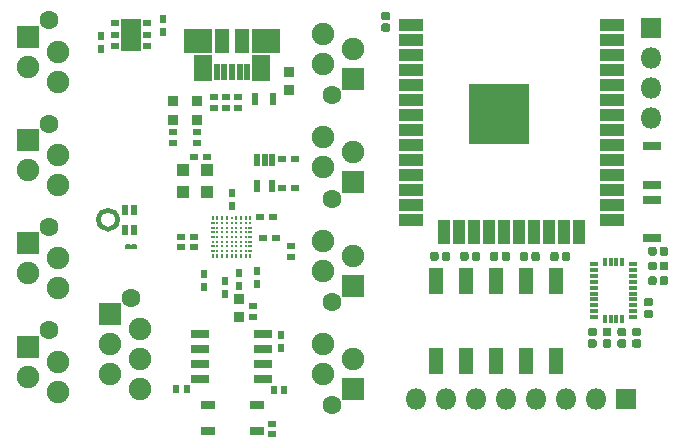
<source format=gbr>
G04 #@! TF.GenerationSoftware,KiCad,Pcbnew,5.1.0-060a0da~80~ubuntu18.04.1*
G04 #@! TF.CreationDate,2019-06-10T00:34:36+02:00*
G04 #@! TF.ProjectId,TinyFPGA-BX,54696e79-4650-4474-912d-42582e6b6963,rev?*
G04 #@! TF.SameCoordinates,Original*
G04 #@! TF.FileFunction,Soldermask,Top*
G04 #@! TF.FilePolarity,Negative*
%FSLAX46Y46*%
G04 Gerber Fmt 4.6, Leading zero omitted, Abs format (unit mm)*
G04 Created by KiCad (PCBNEW 5.1.0-060a0da~80~ubuntu18.04.1) date 2019-06-10 00:34:36*
%MOMM*%
%LPD*%
G04 APERTURE LIST*
%ADD10C,0.450000*%
%ADD11C,1.600100*%
%ADD12C,1.900000*%
%ADD13R,1.900000X1.900000*%
%ADD14O,0.200000X0.435000*%
%ADD15O,0.200000X0.430000*%
%ADD16O,0.430000X0.200000*%
%ADD17C,0.300000*%
%ADD18O,0.435000X0.200000*%
%ADD19R,0.700000X0.500000*%
%ADD20R,0.850000X0.900000*%
%ADD21R,0.600000X1.000000*%
%ADD22R,0.900000X0.900000*%
%ADD23R,1.000000X1.100000*%
%ADD24R,0.500000X0.700000*%
%ADD25R,0.600000X0.700000*%
%ADD26R,0.700000X0.480000*%
%ADD27R,0.700000X0.600000*%
%ADD28R,0.550000X1.050000*%
%ADD29R,1.150000X0.750000*%
%ADD30R,0.550000X1.480000*%
%ADD31R,1.575000X2.200000*%
%ADD32R,2.475000X2.000000*%
%ADD33R,1.275000X2.000000*%
%ADD34R,1.650000X0.700000*%
%ADD35C,0.100000*%
%ADD36C,0.690000*%
%ADD37R,1.800000X1.800000*%
%ADD38O,1.800000X1.800000*%
%ADD39R,1.600000X0.650000*%
%ADD40R,1.220000X2.260000*%
%ADD41R,0.730000X0.550000*%
%ADD42R,1.800000X2.700000*%
%ADD43R,0.354000X0.775000*%
%ADD44R,0.775000X0.354000*%
%ADD45R,5.100000X5.100000*%
%ADD46R,2.100000X1.000000*%
%ADD47R,1.000000X2.100000*%
%ADD48C,0.400000*%
%ADD49R,0.550000X0.850000*%
G04 APERTURE END LIST*
D10*
X141476000Y-112649000D02*
G75*
G03X141476000Y-112649000I-805000J0D01*
G01*
D11*
X159600000Y-119619000D03*
D12*
X158860000Y-114409000D03*
X161400000Y-115679000D03*
X158860000Y-116949000D03*
D13*
X161400000Y-118219000D03*
D14*
X152730000Y-115714000D03*
D15*
X152330000Y-115714000D03*
D14*
X151930000Y-115714000D03*
X151530000Y-115714000D03*
X151130000Y-115714000D03*
X150730000Y-115714000D03*
X150330000Y-115714000D03*
D15*
X149930000Y-115714000D03*
D14*
X149530000Y-115714000D03*
D16*
X152730000Y-115314000D03*
D17*
X152330000Y-115314000D03*
X151930000Y-115314000D03*
X151530000Y-115314000D03*
X151130000Y-115314000D03*
X150730000Y-115314000D03*
X150330000Y-115314000D03*
X149930000Y-115314000D03*
D16*
X149530000Y-115314000D03*
D18*
X152730000Y-114914000D03*
D17*
X152330000Y-114914000D03*
X151930000Y-114914000D03*
X151530000Y-114914000D03*
X151130000Y-114914000D03*
X150730000Y-114914000D03*
X150330000Y-114914000D03*
X149930000Y-114914000D03*
D18*
X149530000Y-114914000D03*
X152730000Y-114514000D03*
D17*
X152330000Y-114514000D03*
X151930000Y-114514000D03*
X151530000Y-114514000D03*
X151130000Y-114514000D03*
X150730000Y-114514000D03*
X150330000Y-114514000D03*
X149930000Y-114514000D03*
X149530000Y-114514000D03*
D18*
X152730000Y-114114000D03*
D17*
X152330000Y-114114000D03*
X151930000Y-114114000D03*
X151530000Y-114114000D03*
X151130000Y-114114000D03*
X150730000Y-114114000D03*
X150330000Y-114114000D03*
X149930000Y-114114000D03*
D18*
X149530000Y-114114000D03*
X152730000Y-113714000D03*
D17*
X152330000Y-113714000D03*
X151930000Y-113714000D03*
X151530000Y-113714000D03*
X151130000Y-113714000D03*
X150730000Y-113714000D03*
X150330000Y-113714000D03*
X149930000Y-113714000D03*
D18*
X149530000Y-113714000D03*
X152730000Y-113314000D03*
D17*
X152330000Y-113314000D03*
X151930000Y-113314000D03*
X151530000Y-113314000D03*
X151130000Y-113314000D03*
X150730000Y-113314000D03*
X150330000Y-113314000D03*
X149930000Y-113314000D03*
D18*
X149530000Y-113314000D03*
D17*
X152730000Y-112914000D03*
X152330000Y-112914000D03*
X151930000Y-112914000D03*
X151530000Y-112914000D03*
X151130000Y-112914000D03*
X150730000Y-112914000D03*
X150330000Y-112914000D03*
X149930000Y-112914000D03*
D16*
X149530000Y-112914000D03*
D14*
X152730000Y-112514000D03*
X152330000Y-112514000D03*
X151930000Y-112514000D03*
X151530000Y-112514000D03*
D17*
X151130000Y-112514000D03*
D14*
X150730000Y-112514000D03*
X150330000Y-112514000D03*
D15*
X149930000Y-112514000D03*
D14*
X149530000Y-112514000D03*
D19*
X154536000Y-129923100D03*
X154536000Y-130823100D03*
D20*
X151736000Y-119373100D03*
X151736000Y-120873100D03*
X156036000Y-101673100D03*
X156036000Y-100173100D03*
D21*
X154636000Y-102423100D03*
X153136000Y-102423100D03*
D19*
X146183000Y-105223100D03*
X146183000Y-106123100D03*
X148215000Y-105223100D03*
X148215000Y-106123100D03*
D22*
X148215000Y-102587100D03*
X148215000Y-104187100D03*
X146183000Y-102587100D03*
X146183000Y-104187100D03*
D23*
X149086000Y-108423100D03*
X149086000Y-110323100D03*
X146986000Y-110323100D03*
X146986000Y-108423100D03*
D24*
X146450000Y-126954000D03*
X147350000Y-126954000D03*
D25*
X150555000Y-117864000D03*
X150555000Y-118964000D03*
D26*
X156130000Y-114864000D03*
X156130000Y-115764000D03*
D27*
X153830000Y-114164000D03*
X154930000Y-114164000D03*
D25*
X151130000Y-111514000D03*
X151130000Y-110414000D03*
D27*
X153555000Y-112439000D03*
X154655000Y-112439000D03*
X147986000Y-114923100D03*
X146886000Y-114923100D03*
X147986000Y-114123100D03*
X146886000Y-114123100D03*
X149069800Y-107349500D03*
X147969800Y-107349500D03*
D25*
X153255000Y-116964000D03*
X153255000Y-118064000D03*
X148836000Y-117273100D03*
X148836000Y-118373100D03*
X151736000Y-117123100D03*
X151736000Y-118223100D03*
D19*
X152936000Y-120873100D03*
X152936000Y-119973100D03*
D25*
X155336000Y-122373100D03*
X155336000Y-123473100D03*
D19*
X149636000Y-102273100D03*
X149636000Y-103173100D03*
X150636000Y-103173100D03*
X150636000Y-102273100D03*
X151636000Y-103173100D03*
X151636000Y-102273100D03*
D28*
X153936000Y-107623100D03*
X153286000Y-107623100D03*
X154586000Y-107623100D03*
X153286000Y-109823100D03*
X154586000Y-109823100D03*
D27*
X155386000Y-109923100D03*
X156486000Y-109923100D03*
D25*
X145340000Y-95624000D03*
X145340000Y-96724000D03*
X140110000Y-97054000D03*
X140110000Y-98154000D03*
D27*
X155386000Y-107523100D03*
X156486000Y-107523100D03*
D29*
X149155000Y-128369000D03*
X153305000Y-128369000D03*
X153305000Y-130519000D03*
X149155000Y-130519000D03*
D24*
X154690000Y-127064000D03*
X155590000Y-127064000D03*
D30*
X152470000Y-100164000D03*
X151820000Y-100164000D03*
X151170000Y-100164000D03*
X150520000Y-100164000D03*
X149870000Y-100164000D03*
D31*
X153632500Y-99804000D03*
X148707500Y-99804000D03*
D32*
X154080000Y-97504000D03*
X148260000Y-97504000D03*
D33*
X152010000Y-97504000D03*
X150330000Y-97504000D03*
D34*
X148436000Y-122353100D03*
X148436000Y-123623100D03*
X148436000Y-124893100D03*
X148436000Y-126163100D03*
X153836000Y-126163100D03*
X153836000Y-124893100D03*
X153836000Y-123623100D03*
X153836000Y-122353100D03*
D35*
G36*
X184390408Y-121811831D02*
G01*
X184407153Y-121814315D01*
X184423574Y-121818428D01*
X184439513Y-121824131D01*
X184454816Y-121831369D01*
X184469336Y-121840071D01*
X184482933Y-121850156D01*
X184495476Y-121861524D01*
X184506844Y-121874067D01*
X184516929Y-121887664D01*
X184525631Y-121902184D01*
X184532869Y-121917487D01*
X184538572Y-121933426D01*
X184542685Y-121949847D01*
X184545169Y-121966592D01*
X184546000Y-121983500D01*
X184546000Y-122328500D01*
X184545169Y-122345408D01*
X184542685Y-122362153D01*
X184538572Y-122378574D01*
X184532869Y-122394513D01*
X184525631Y-122409816D01*
X184516929Y-122424336D01*
X184506844Y-122437933D01*
X184495476Y-122450476D01*
X184482933Y-122461844D01*
X184469336Y-122471929D01*
X184454816Y-122480631D01*
X184439513Y-122487869D01*
X184423574Y-122493572D01*
X184407153Y-122497685D01*
X184390408Y-122500169D01*
X184373500Y-122501000D01*
X183978500Y-122501000D01*
X183961592Y-122500169D01*
X183944847Y-122497685D01*
X183928426Y-122493572D01*
X183912487Y-122487869D01*
X183897184Y-122480631D01*
X183882664Y-122471929D01*
X183869067Y-122461844D01*
X183856524Y-122450476D01*
X183845156Y-122437933D01*
X183835071Y-122424336D01*
X183826369Y-122409816D01*
X183819131Y-122394513D01*
X183813428Y-122378574D01*
X183809315Y-122362153D01*
X183806831Y-122345408D01*
X183806000Y-122328500D01*
X183806000Y-121983500D01*
X183806831Y-121966592D01*
X183809315Y-121949847D01*
X183813428Y-121933426D01*
X183819131Y-121917487D01*
X183826369Y-121902184D01*
X183835071Y-121887664D01*
X183845156Y-121874067D01*
X183856524Y-121861524D01*
X183869067Y-121850156D01*
X183882664Y-121840071D01*
X183897184Y-121831369D01*
X183912487Y-121824131D01*
X183928426Y-121818428D01*
X183944847Y-121814315D01*
X183961592Y-121811831D01*
X183978500Y-121811000D01*
X184373500Y-121811000D01*
X184390408Y-121811831D01*
X184390408Y-121811831D01*
G37*
D36*
X184176000Y-122156000D03*
D35*
G36*
X184390408Y-122781831D02*
G01*
X184407153Y-122784315D01*
X184423574Y-122788428D01*
X184439513Y-122794131D01*
X184454816Y-122801369D01*
X184469336Y-122810071D01*
X184482933Y-122820156D01*
X184495476Y-122831524D01*
X184506844Y-122844067D01*
X184516929Y-122857664D01*
X184525631Y-122872184D01*
X184532869Y-122887487D01*
X184538572Y-122903426D01*
X184542685Y-122919847D01*
X184545169Y-122936592D01*
X184546000Y-122953500D01*
X184546000Y-123298500D01*
X184545169Y-123315408D01*
X184542685Y-123332153D01*
X184538572Y-123348574D01*
X184532869Y-123364513D01*
X184525631Y-123379816D01*
X184516929Y-123394336D01*
X184506844Y-123407933D01*
X184495476Y-123420476D01*
X184482933Y-123431844D01*
X184469336Y-123441929D01*
X184454816Y-123450631D01*
X184439513Y-123457869D01*
X184423574Y-123463572D01*
X184407153Y-123467685D01*
X184390408Y-123470169D01*
X184373500Y-123471000D01*
X183978500Y-123471000D01*
X183961592Y-123470169D01*
X183944847Y-123467685D01*
X183928426Y-123463572D01*
X183912487Y-123457869D01*
X183897184Y-123450631D01*
X183882664Y-123441929D01*
X183869067Y-123431844D01*
X183856524Y-123420476D01*
X183845156Y-123407933D01*
X183835071Y-123394336D01*
X183826369Y-123379816D01*
X183819131Y-123364513D01*
X183813428Y-123348574D01*
X183809315Y-123332153D01*
X183806831Y-123315408D01*
X183806000Y-123298500D01*
X183806000Y-122953500D01*
X183806831Y-122936592D01*
X183809315Y-122919847D01*
X183813428Y-122903426D01*
X183819131Y-122887487D01*
X183826369Y-122872184D01*
X183835071Y-122857664D01*
X183845156Y-122844067D01*
X183856524Y-122831524D01*
X183869067Y-122820156D01*
X183882664Y-122810071D01*
X183897184Y-122801369D01*
X183912487Y-122794131D01*
X183928426Y-122788428D01*
X183944847Y-122784315D01*
X183961592Y-122781831D01*
X183978500Y-122781000D01*
X184373500Y-122781000D01*
X184390408Y-122781831D01*
X184390408Y-122781831D01*
G37*
D36*
X184176000Y-123126000D03*
D35*
G36*
X186640408Y-119296831D02*
G01*
X186657153Y-119299315D01*
X186673574Y-119303428D01*
X186689513Y-119309131D01*
X186704816Y-119316369D01*
X186719336Y-119325071D01*
X186732933Y-119335156D01*
X186745476Y-119346524D01*
X186756844Y-119359067D01*
X186766929Y-119372664D01*
X186775631Y-119387184D01*
X186782869Y-119402487D01*
X186788572Y-119418426D01*
X186792685Y-119434847D01*
X186795169Y-119451592D01*
X186796000Y-119468500D01*
X186796000Y-119813500D01*
X186795169Y-119830408D01*
X186792685Y-119847153D01*
X186788572Y-119863574D01*
X186782869Y-119879513D01*
X186775631Y-119894816D01*
X186766929Y-119909336D01*
X186756844Y-119922933D01*
X186745476Y-119935476D01*
X186732933Y-119946844D01*
X186719336Y-119956929D01*
X186704816Y-119965631D01*
X186689513Y-119972869D01*
X186673574Y-119978572D01*
X186657153Y-119982685D01*
X186640408Y-119985169D01*
X186623500Y-119986000D01*
X186228500Y-119986000D01*
X186211592Y-119985169D01*
X186194847Y-119982685D01*
X186178426Y-119978572D01*
X186162487Y-119972869D01*
X186147184Y-119965631D01*
X186132664Y-119956929D01*
X186119067Y-119946844D01*
X186106524Y-119935476D01*
X186095156Y-119922933D01*
X186085071Y-119909336D01*
X186076369Y-119894816D01*
X186069131Y-119879513D01*
X186063428Y-119863574D01*
X186059315Y-119847153D01*
X186056831Y-119830408D01*
X186056000Y-119813500D01*
X186056000Y-119468500D01*
X186056831Y-119451592D01*
X186059315Y-119434847D01*
X186063428Y-119418426D01*
X186069131Y-119402487D01*
X186076369Y-119387184D01*
X186085071Y-119372664D01*
X186095156Y-119359067D01*
X186106524Y-119346524D01*
X186119067Y-119335156D01*
X186132664Y-119325071D01*
X186147184Y-119316369D01*
X186162487Y-119309131D01*
X186178426Y-119303428D01*
X186194847Y-119299315D01*
X186211592Y-119296831D01*
X186228500Y-119296000D01*
X186623500Y-119296000D01*
X186640408Y-119296831D01*
X186640408Y-119296831D01*
G37*
D36*
X186426000Y-119641000D03*
D35*
G36*
X186640408Y-120266831D02*
G01*
X186657153Y-120269315D01*
X186673574Y-120273428D01*
X186689513Y-120279131D01*
X186704816Y-120286369D01*
X186719336Y-120295071D01*
X186732933Y-120305156D01*
X186745476Y-120316524D01*
X186756844Y-120329067D01*
X186766929Y-120342664D01*
X186775631Y-120357184D01*
X186782869Y-120372487D01*
X186788572Y-120388426D01*
X186792685Y-120404847D01*
X186795169Y-120421592D01*
X186796000Y-120438500D01*
X186796000Y-120783500D01*
X186795169Y-120800408D01*
X186792685Y-120817153D01*
X186788572Y-120833574D01*
X186782869Y-120849513D01*
X186775631Y-120864816D01*
X186766929Y-120879336D01*
X186756844Y-120892933D01*
X186745476Y-120905476D01*
X186732933Y-120916844D01*
X186719336Y-120926929D01*
X186704816Y-120935631D01*
X186689513Y-120942869D01*
X186673574Y-120948572D01*
X186657153Y-120952685D01*
X186640408Y-120955169D01*
X186623500Y-120956000D01*
X186228500Y-120956000D01*
X186211592Y-120955169D01*
X186194847Y-120952685D01*
X186178426Y-120948572D01*
X186162487Y-120942869D01*
X186147184Y-120935631D01*
X186132664Y-120926929D01*
X186119067Y-120916844D01*
X186106524Y-120905476D01*
X186095156Y-120892933D01*
X186085071Y-120879336D01*
X186076369Y-120864816D01*
X186069131Y-120849513D01*
X186063428Y-120833574D01*
X186059315Y-120817153D01*
X186056831Y-120800408D01*
X186056000Y-120783500D01*
X186056000Y-120438500D01*
X186056831Y-120421592D01*
X186059315Y-120404847D01*
X186063428Y-120388426D01*
X186069131Y-120372487D01*
X186076369Y-120357184D01*
X186085071Y-120342664D01*
X186095156Y-120329067D01*
X186106524Y-120316524D01*
X186119067Y-120305156D01*
X186132664Y-120295071D01*
X186147184Y-120286369D01*
X186162487Y-120279131D01*
X186178426Y-120273428D01*
X186194847Y-120269315D01*
X186211592Y-120266831D01*
X186228500Y-120266000D01*
X186623500Y-120266000D01*
X186640408Y-120266831D01*
X186640408Y-120266831D01*
G37*
D36*
X186426000Y-120611000D03*
D35*
G36*
X164390408Y-95061831D02*
G01*
X164407153Y-95064315D01*
X164423574Y-95068428D01*
X164439513Y-95074131D01*
X164454816Y-95081369D01*
X164469336Y-95090071D01*
X164482933Y-95100156D01*
X164495476Y-95111524D01*
X164506844Y-95124067D01*
X164516929Y-95137664D01*
X164525631Y-95152184D01*
X164532869Y-95167487D01*
X164538572Y-95183426D01*
X164542685Y-95199847D01*
X164545169Y-95216592D01*
X164546000Y-95233500D01*
X164546000Y-95578500D01*
X164545169Y-95595408D01*
X164542685Y-95612153D01*
X164538572Y-95628574D01*
X164532869Y-95644513D01*
X164525631Y-95659816D01*
X164516929Y-95674336D01*
X164506844Y-95687933D01*
X164495476Y-95700476D01*
X164482933Y-95711844D01*
X164469336Y-95721929D01*
X164454816Y-95730631D01*
X164439513Y-95737869D01*
X164423574Y-95743572D01*
X164407153Y-95747685D01*
X164390408Y-95750169D01*
X164373500Y-95751000D01*
X163978500Y-95751000D01*
X163961592Y-95750169D01*
X163944847Y-95747685D01*
X163928426Y-95743572D01*
X163912487Y-95737869D01*
X163897184Y-95730631D01*
X163882664Y-95721929D01*
X163869067Y-95711844D01*
X163856524Y-95700476D01*
X163845156Y-95687933D01*
X163835071Y-95674336D01*
X163826369Y-95659816D01*
X163819131Y-95644513D01*
X163813428Y-95628574D01*
X163809315Y-95612153D01*
X163806831Y-95595408D01*
X163806000Y-95578500D01*
X163806000Y-95233500D01*
X163806831Y-95216592D01*
X163809315Y-95199847D01*
X163813428Y-95183426D01*
X163819131Y-95167487D01*
X163826369Y-95152184D01*
X163835071Y-95137664D01*
X163845156Y-95124067D01*
X163856524Y-95111524D01*
X163869067Y-95100156D01*
X163882664Y-95090071D01*
X163897184Y-95081369D01*
X163912487Y-95074131D01*
X163928426Y-95068428D01*
X163944847Y-95064315D01*
X163961592Y-95061831D01*
X163978500Y-95061000D01*
X164373500Y-95061000D01*
X164390408Y-95061831D01*
X164390408Y-95061831D01*
G37*
D36*
X164176000Y-95406000D03*
D35*
G36*
X164390408Y-96031831D02*
G01*
X164407153Y-96034315D01*
X164423574Y-96038428D01*
X164439513Y-96044131D01*
X164454816Y-96051369D01*
X164469336Y-96060071D01*
X164482933Y-96070156D01*
X164495476Y-96081524D01*
X164506844Y-96094067D01*
X164516929Y-96107664D01*
X164525631Y-96122184D01*
X164532869Y-96137487D01*
X164538572Y-96153426D01*
X164542685Y-96169847D01*
X164545169Y-96186592D01*
X164546000Y-96203500D01*
X164546000Y-96548500D01*
X164545169Y-96565408D01*
X164542685Y-96582153D01*
X164538572Y-96598574D01*
X164532869Y-96614513D01*
X164525631Y-96629816D01*
X164516929Y-96644336D01*
X164506844Y-96657933D01*
X164495476Y-96670476D01*
X164482933Y-96681844D01*
X164469336Y-96691929D01*
X164454816Y-96700631D01*
X164439513Y-96707869D01*
X164423574Y-96713572D01*
X164407153Y-96717685D01*
X164390408Y-96720169D01*
X164373500Y-96721000D01*
X163978500Y-96721000D01*
X163961592Y-96720169D01*
X163944847Y-96717685D01*
X163928426Y-96713572D01*
X163912487Y-96707869D01*
X163897184Y-96700631D01*
X163882664Y-96691929D01*
X163869067Y-96681844D01*
X163856524Y-96670476D01*
X163845156Y-96657933D01*
X163835071Y-96644336D01*
X163826369Y-96629816D01*
X163819131Y-96614513D01*
X163813428Y-96598574D01*
X163809315Y-96582153D01*
X163806831Y-96565408D01*
X163806000Y-96548500D01*
X163806000Y-96203500D01*
X163806831Y-96186592D01*
X163809315Y-96169847D01*
X163813428Y-96153426D01*
X163819131Y-96137487D01*
X163826369Y-96122184D01*
X163835071Y-96107664D01*
X163845156Y-96094067D01*
X163856524Y-96081524D01*
X163869067Y-96070156D01*
X163882664Y-96060071D01*
X163897184Y-96051369D01*
X163912487Y-96044131D01*
X163928426Y-96038428D01*
X163944847Y-96034315D01*
X163961592Y-96031831D01*
X163978500Y-96031000D01*
X164373500Y-96031000D01*
X164390408Y-96031831D01*
X164390408Y-96031831D01*
G37*
D36*
X164176000Y-96376000D03*
D35*
G36*
X181890408Y-122781831D02*
G01*
X181907153Y-122784315D01*
X181923574Y-122788428D01*
X181939513Y-122794131D01*
X181954816Y-122801369D01*
X181969336Y-122810071D01*
X181982933Y-122820156D01*
X181995476Y-122831524D01*
X182006844Y-122844067D01*
X182016929Y-122857664D01*
X182025631Y-122872184D01*
X182032869Y-122887487D01*
X182038572Y-122903426D01*
X182042685Y-122919847D01*
X182045169Y-122936592D01*
X182046000Y-122953500D01*
X182046000Y-123298500D01*
X182045169Y-123315408D01*
X182042685Y-123332153D01*
X182038572Y-123348574D01*
X182032869Y-123364513D01*
X182025631Y-123379816D01*
X182016929Y-123394336D01*
X182006844Y-123407933D01*
X181995476Y-123420476D01*
X181982933Y-123431844D01*
X181969336Y-123441929D01*
X181954816Y-123450631D01*
X181939513Y-123457869D01*
X181923574Y-123463572D01*
X181907153Y-123467685D01*
X181890408Y-123470169D01*
X181873500Y-123471000D01*
X181478500Y-123471000D01*
X181461592Y-123470169D01*
X181444847Y-123467685D01*
X181428426Y-123463572D01*
X181412487Y-123457869D01*
X181397184Y-123450631D01*
X181382664Y-123441929D01*
X181369067Y-123431844D01*
X181356524Y-123420476D01*
X181345156Y-123407933D01*
X181335071Y-123394336D01*
X181326369Y-123379816D01*
X181319131Y-123364513D01*
X181313428Y-123348574D01*
X181309315Y-123332153D01*
X181306831Y-123315408D01*
X181306000Y-123298500D01*
X181306000Y-122953500D01*
X181306831Y-122936592D01*
X181309315Y-122919847D01*
X181313428Y-122903426D01*
X181319131Y-122887487D01*
X181326369Y-122872184D01*
X181335071Y-122857664D01*
X181345156Y-122844067D01*
X181356524Y-122831524D01*
X181369067Y-122820156D01*
X181382664Y-122810071D01*
X181397184Y-122801369D01*
X181412487Y-122794131D01*
X181428426Y-122788428D01*
X181444847Y-122784315D01*
X181461592Y-122781831D01*
X181478500Y-122781000D01*
X181873500Y-122781000D01*
X181890408Y-122781831D01*
X181890408Y-122781831D01*
G37*
D36*
X181676000Y-123126000D03*
D35*
G36*
X181890408Y-121811831D02*
G01*
X181907153Y-121814315D01*
X181923574Y-121818428D01*
X181939513Y-121824131D01*
X181954816Y-121831369D01*
X181969336Y-121840071D01*
X181982933Y-121850156D01*
X181995476Y-121861524D01*
X182006844Y-121874067D01*
X182016929Y-121887664D01*
X182025631Y-121902184D01*
X182032869Y-121917487D01*
X182038572Y-121933426D01*
X182042685Y-121949847D01*
X182045169Y-121966592D01*
X182046000Y-121983500D01*
X182046000Y-122328500D01*
X182045169Y-122345408D01*
X182042685Y-122362153D01*
X182038572Y-122378574D01*
X182032869Y-122394513D01*
X182025631Y-122409816D01*
X182016929Y-122424336D01*
X182006844Y-122437933D01*
X181995476Y-122450476D01*
X181982933Y-122461844D01*
X181969336Y-122471929D01*
X181954816Y-122480631D01*
X181939513Y-122487869D01*
X181923574Y-122493572D01*
X181907153Y-122497685D01*
X181890408Y-122500169D01*
X181873500Y-122501000D01*
X181478500Y-122501000D01*
X181461592Y-122500169D01*
X181444847Y-122497685D01*
X181428426Y-122493572D01*
X181412487Y-122487869D01*
X181397184Y-122480631D01*
X181382664Y-122471929D01*
X181369067Y-122461844D01*
X181356524Y-122450476D01*
X181345156Y-122437933D01*
X181335071Y-122424336D01*
X181326369Y-122409816D01*
X181319131Y-122394513D01*
X181313428Y-122378574D01*
X181309315Y-122362153D01*
X181306831Y-122345408D01*
X181306000Y-122328500D01*
X181306000Y-121983500D01*
X181306831Y-121966592D01*
X181309315Y-121949847D01*
X181313428Y-121933426D01*
X181319131Y-121917487D01*
X181326369Y-121902184D01*
X181335071Y-121887664D01*
X181345156Y-121874067D01*
X181356524Y-121861524D01*
X181369067Y-121850156D01*
X181382664Y-121840071D01*
X181397184Y-121831369D01*
X181412487Y-121824131D01*
X181428426Y-121818428D01*
X181444847Y-121814315D01*
X181461592Y-121811831D01*
X181478500Y-121811000D01*
X181873500Y-121811000D01*
X181890408Y-121811831D01*
X181890408Y-121811831D01*
G37*
D36*
X181676000Y-122156000D03*
D35*
G36*
X183140408Y-121811831D02*
G01*
X183157153Y-121814315D01*
X183173574Y-121818428D01*
X183189513Y-121824131D01*
X183204816Y-121831369D01*
X183219336Y-121840071D01*
X183232933Y-121850156D01*
X183245476Y-121861524D01*
X183256844Y-121874067D01*
X183266929Y-121887664D01*
X183275631Y-121902184D01*
X183282869Y-121917487D01*
X183288572Y-121933426D01*
X183292685Y-121949847D01*
X183295169Y-121966592D01*
X183296000Y-121983500D01*
X183296000Y-122328500D01*
X183295169Y-122345408D01*
X183292685Y-122362153D01*
X183288572Y-122378574D01*
X183282869Y-122394513D01*
X183275631Y-122409816D01*
X183266929Y-122424336D01*
X183256844Y-122437933D01*
X183245476Y-122450476D01*
X183232933Y-122461844D01*
X183219336Y-122471929D01*
X183204816Y-122480631D01*
X183189513Y-122487869D01*
X183173574Y-122493572D01*
X183157153Y-122497685D01*
X183140408Y-122500169D01*
X183123500Y-122501000D01*
X182728500Y-122501000D01*
X182711592Y-122500169D01*
X182694847Y-122497685D01*
X182678426Y-122493572D01*
X182662487Y-122487869D01*
X182647184Y-122480631D01*
X182632664Y-122471929D01*
X182619067Y-122461844D01*
X182606524Y-122450476D01*
X182595156Y-122437933D01*
X182585071Y-122424336D01*
X182576369Y-122409816D01*
X182569131Y-122394513D01*
X182563428Y-122378574D01*
X182559315Y-122362153D01*
X182556831Y-122345408D01*
X182556000Y-122328500D01*
X182556000Y-121983500D01*
X182556831Y-121966592D01*
X182559315Y-121949847D01*
X182563428Y-121933426D01*
X182569131Y-121917487D01*
X182576369Y-121902184D01*
X182585071Y-121887664D01*
X182595156Y-121874067D01*
X182606524Y-121861524D01*
X182619067Y-121850156D01*
X182632664Y-121840071D01*
X182647184Y-121831369D01*
X182662487Y-121824131D01*
X182678426Y-121818428D01*
X182694847Y-121814315D01*
X182711592Y-121811831D01*
X182728500Y-121811000D01*
X183123500Y-121811000D01*
X183140408Y-121811831D01*
X183140408Y-121811831D01*
G37*
D36*
X182926000Y-122156000D03*
D35*
G36*
X183140408Y-122781831D02*
G01*
X183157153Y-122784315D01*
X183173574Y-122788428D01*
X183189513Y-122794131D01*
X183204816Y-122801369D01*
X183219336Y-122810071D01*
X183232933Y-122820156D01*
X183245476Y-122831524D01*
X183256844Y-122844067D01*
X183266929Y-122857664D01*
X183275631Y-122872184D01*
X183282869Y-122887487D01*
X183288572Y-122903426D01*
X183292685Y-122919847D01*
X183295169Y-122936592D01*
X183296000Y-122953500D01*
X183296000Y-123298500D01*
X183295169Y-123315408D01*
X183292685Y-123332153D01*
X183288572Y-123348574D01*
X183282869Y-123364513D01*
X183275631Y-123379816D01*
X183266929Y-123394336D01*
X183256844Y-123407933D01*
X183245476Y-123420476D01*
X183232933Y-123431844D01*
X183219336Y-123441929D01*
X183204816Y-123450631D01*
X183189513Y-123457869D01*
X183173574Y-123463572D01*
X183157153Y-123467685D01*
X183140408Y-123470169D01*
X183123500Y-123471000D01*
X182728500Y-123471000D01*
X182711592Y-123470169D01*
X182694847Y-123467685D01*
X182678426Y-123463572D01*
X182662487Y-123457869D01*
X182647184Y-123450631D01*
X182632664Y-123441929D01*
X182619067Y-123431844D01*
X182606524Y-123420476D01*
X182595156Y-123407933D01*
X182585071Y-123394336D01*
X182576369Y-123379816D01*
X182569131Y-123364513D01*
X182563428Y-123348574D01*
X182559315Y-123332153D01*
X182556831Y-123315408D01*
X182556000Y-123298500D01*
X182556000Y-122953500D01*
X182556831Y-122936592D01*
X182559315Y-122919847D01*
X182563428Y-122903426D01*
X182569131Y-122887487D01*
X182576369Y-122872184D01*
X182585071Y-122857664D01*
X182595156Y-122844067D01*
X182606524Y-122831524D01*
X182619067Y-122820156D01*
X182632664Y-122810071D01*
X182647184Y-122801369D01*
X182662487Y-122794131D01*
X182678426Y-122788428D01*
X182694847Y-122784315D01*
X182711592Y-122781831D01*
X182728500Y-122781000D01*
X183123500Y-122781000D01*
X183140408Y-122781831D01*
X183140408Y-122781831D01*
G37*
D36*
X182926000Y-123126000D03*
D37*
X184503000Y-127814000D03*
D38*
X181963000Y-127814000D03*
X179423000Y-127814000D03*
X176883000Y-127814000D03*
X174343000Y-127814000D03*
X171803000Y-127814000D03*
X169263000Y-127814000D03*
X166723000Y-127814000D03*
D37*
X186666000Y-96401000D03*
D38*
X186666000Y-98941000D03*
X186666000Y-101481000D03*
X186666000Y-104021000D03*
D35*
G36*
X185640408Y-122781831D02*
G01*
X185657153Y-122784315D01*
X185673574Y-122788428D01*
X185689513Y-122794131D01*
X185704816Y-122801369D01*
X185719336Y-122810071D01*
X185732933Y-122820156D01*
X185745476Y-122831524D01*
X185756844Y-122844067D01*
X185766929Y-122857664D01*
X185775631Y-122872184D01*
X185782869Y-122887487D01*
X185788572Y-122903426D01*
X185792685Y-122919847D01*
X185795169Y-122936592D01*
X185796000Y-122953500D01*
X185796000Y-123298500D01*
X185795169Y-123315408D01*
X185792685Y-123332153D01*
X185788572Y-123348574D01*
X185782869Y-123364513D01*
X185775631Y-123379816D01*
X185766929Y-123394336D01*
X185756844Y-123407933D01*
X185745476Y-123420476D01*
X185732933Y-123431844D01*
X185719336Y-123441929D01*
X185704816Y-123450631D01*
X185689513Y-123457869D01*
X185673574Y-123463572D01*
X185657153Y-123467685D01*
X185640408Y-123470169D01*
X185623500Y-123471000D01*
X185228500Y-123471000D01*
X185211592Y-123470169D01*
X185194847Y-123467685D01*
X185178426Y-123463572D01*
X185162487Y-123457869D01*
X185147184Y-123450631D01*
X185132664Y-123441929D01*
X185119067Y-123431844D01*
X185106524Y-123420476D01*
X185095156Y-123407933D01*
X185085071Y-123394336D01*
X185076369Y-123379816D01*
X185069131Y-123364513D01*
X185063428Y-123348574D01*
X185059315Y-123332153D01*
X185056831Y-123315408D01*
X185056000Y-123298500D01*
X185056000Y-122953500D01*
X185056831Y-122936592D01*
X185059315Y-122919847D01*
X185063428Y-122903426D01*
X185069131Y-122887487D01*
X185076369Y-122872184D01*
X185085071Y-122857664D01*
X185095156Y-122844067D01*
X185106524Y-122831524D01*
X185119067Y-122820156D01*
X185132664Y-122810071D01*
X185147184Y-122801369D01*
X185162487Y-122794131D01*
X185178426Y-122788428D01*
X185194847Y-122784315D01*
X185211592Y-122781831D01*
X185228500Y-122781000D01*
X185623500Y-122781000D01*
X185640408Y-122781831D01*
X185640408Y-122781831D01*
G37*
D36*
X185426000Y-123126000D03*
D35*
G36*
X185640408Y-121811831D02*
G01*
X185657153Y-121814315D01*
X185673574Y-121818428D01*
X185689513Y-121824131D01*
X185704816Y-121831369D01*
X185719336Y-121840071D01*
X185732933Y-121850156D01*
X185745476Y-121861524D01*
X185756844Y-121874067D01*
X185766929Y-121887664D01*
X185775631Y-121902184D01*
X185782869Y-121917487D01*
X185788572Y-121933426D01*
X185792685Y-121949847D01*
X185795169Y-121966592D01*
X185796000Y-121983500D01*
X185796000Y-122328500D01*
X185795169Y-122345408D01*
X185792685Y-122362153D01*
X185788572Y-122378574D01*
X185782869Y-122394513D01*
X185775631Y-122409816D01*
X185766929Y-122424336D01*
X185756844Y-122437933D01*
X185745476Y-122450476D01*
X185732933Y-122461844D01*
X185719336Y-122471929D01*
X185704816Y-122480631D01*
X185689513Y-122487869D01*
X185673574Y-122493572D01*
X185657153Y-122497685D01*
X185640408Y-122500169D01*
X185623500Y-122501000D01*
X185228500Y-122501000D01*
X185211592Y-122500169D01*
X185194847Y-122497685D01*
X185178426Y-122493572D01*
X185162487Y-122487869D01*
X185147184Y-122480631D01*
X185132664Y-122471929D01*
X185119067Y-122461844D01*
X185106524Y-122450476D01*
X185095156Y-122437933D01*
X185085071Y-122424336D01*
X185076369Y-122409816D01*
X185069131Y-122394513D01*
X185063428Y-122378574D01*
X185059315Y-122362153D01*
X185056831Y-122345408D01*
X185056000Y-122328500D01*
X185056000Y-121983500D01*
X185056831Y-121966592D01*
X185059315Y-121949847D01*
X185063428Y-121933426D01*
X185069131Y-121917487D01*
X185076369Y-121902184D01*
X185085071Y-121887664D01*
X185095156Y-121874067D01*
X185106524Y-121861524D01*
X185119067Y-121850156D01*
X185132664Y-121840071D01*
X185147184Y-121831369D01*
X185162487Y-121824131D01*
X185178426Y-121818428D01*
X185194847Y-121814315D01*
X185211592Y-121811831D01*
X185228500Y-121811000D01*
X185623500Y-121811000D01*
X185640408Y-121811831D01*
X185640408Y-121811831D01*
G37*
D36*
X185426000Y-122156000D03*
D35*
G36*
X187927408Y-114944831D02*
G01*
X187944153Y-114947315D01*
X187960574Y-114951428D01*
X187976513Y-114957131D01*
X187991816Y-114964369D01*
X188006336Y-114973071D01*
X188019933Y-114983156D01*
X188032476Y-114994524D01*
X188043844Y-115007067D01*
X188053929Y-115020664D01*
X188062631Y-115035184D01*
X188069869Y-115050487D01*
X188075572Y-115066426D01*
X188079685Y-115082847D01*
X188082169Y-115099592D01*
X188083000Y-115116500D01*
X188083000Y-115511500D01*
X188082169Y-115528408D01*
X188079685Y-115545153D01*
X188075572Y-115561574D01*
X188069869Y-115577513D01*
X188062631Y-115592816D01*
X188053929Y-115607336D01*
X188043844Y-115620933D01*
X188032476Y-115633476D01*
X188019933Y-115644844D01*
X188006336Y-115654929D01*
X187991816Y-115663631D01*
X187976513Y-115670869D01*
X187960574Y-115676572D01*
X187944153Y-115680685D01*
X187927408Y-115683169D01*
X187910500Y-115684000D01*
X187565500Y-115684000D01*
X187548592Y-115683169D01*
X187531847Y-115680685D01*
X187515426Y-115676572D01*
X187499487Y-115670869D01*
X187484184Y-115663631D01*
X187469664Y-115654929D01*
X187456067Y-115644844D01*
X187443524Y-115633476D01*
X187432156Y-115620933D01*
X187422071Y-115607336D01*
X187413369Y-115592816D01*
X187406131Y-115577513D01*
X187400428Y-115561574D01*
X187396315Y-115545153D01*
X187393831Y-115528408D01*
X187393000Y-115511500D01*
X187393000Y-115116500D01*
X187393831Y-115099592D01*
X187396315Y-115082847D01*
X187400428Y-115066426D01*
X187406131Y-115050487D01*
X187413369Y-115035184D01*
X187422071Y-115020664D01*
X187432156Y-115007067D01*
X187443524Y-114994524D01*
X187456067Y-114983156D01*
X187469664Y-114973071D01*
X187484184Y-114964369D01*
X187499487Y-114957131D01*
X187515426Y-114951428D01*
X187531847Y-114947315D01*
X187548592Y-114944831D01*
X187565500Y-114944000D01*
X187910500Y-114944000D01*
X187927408Y-114944831D01*
X187927408Y-114944831D01*
G37*
D36*
X187738000Y-115314000D03*
D35*
G36*
X186957408Y-114944831D02*
G01*
X186974153Y-114947315D01*
X186990574Y-114951428D01*
X187006513Y-114957131D01*
X187021816Y-114964369D01*
X187036336Y-114973071D01*
X187049933Y-114983156D01*
X187062476Y-114994524D01*
X187073844Y-115007067D01*
X187083929Y-115020664D01*
X187092631Y-115035184D01*
X187099869Y-115050487D01*
X187105572Y-115066426D01*
X187109685Y-115082847D01*
X187112169Y-115099592D01*
X187113000Y-115116500D01*
X187113000Y-115511500D01*
X187112169Y-115528408D01*
X187109685Y-115545153D01*
X187105572Y-115561574D01*
X187099869Y-115577513D01*
X187092631Y-115592816D01*
X187083929Y-115607336D01*
X187073844Y-115620933D01*
X187062476Y-115633476D01*
X187049933Y-115644844D01*
X187036336Y-115654929D01*
X187021816Y-115663631D01*
X187006513Y-115670869D01*
X186990574Y-115676572D01*
X186974153Y-115680685D01*
X186957408Y-115683169D01*
X186940500Y-115684000D01*
X186595500Y-115684000D01*
X186578592Y-115683169D01*
X186561847Y-115680685D01*
X186545426Y-115676572D01*
X186529487Y-115670869D01*
X186514184Y-115663631D01*
X186499664Y-115654929D01*
X186486067Y-115644844D01*
X186473524Y-115633476D01*
X186462156Y-115620933D01*
X186452071Y-115607336D01*
X186443369Y-115592816D01*
X186436131Y-115577513D01*
X186430428Y-115561574D01*
X186426315Y-115545153D01*
X186423831Y-115528408D01*
X186423000Y-115511500D01*
X186423000Y-115116500D01*
X186423831Y-115099592D01*
X186426315Y-115082847D01*
X186430428Y-115066426D01*
X186436131Y-115050487D01*
X186443369Y-115035184D01*
X186452071Y-115020664D01*
X186462156Y-115007067D01*
X186473524Y-114994524D01*
X186486067Y-114983156D01*
X186499664Y-114973071D01*
X186514184Y-114964369D01*
X186529487Y-114957131D01*
X186545426Y-114951428D01*
X186561847Y-114947315D01*
X186578592Y-114944831D01*
X186595500Y-114944000D01*
X186940500Y-114944000D01*
X186957408Y-114944831D01*
X186957408Y-114944831D01*
G37*
D36*
X186768000Y-115314000D03*
D35*
G36*
X187927408Y-117444831D02*
G01*
X187944153Y-117447315D01*
X187960574Y-117451428D01*
X187976513Y-117457131D01*
X187991816Y-117464369D01*
X188006336Y-117473071D01*
X188019933Y-117483156D01*
X188032476Y-117494524D01*
X188043844Y-117507067D01*
X188053929Y-117520664D01*
X188062631Y-117535184D01*
X188069869Y-117550487D01*
X188075572Y-117566426D01*
X188079685Y-117582847D01*
X188082169Y-117599592D01*
X188083000Y-117616500D01*
X188083000Y-118011500D01*
X188082169Y-118028408D01*
X188079685Y-118045153D01*
X188075572Y-118061574D01*
X188069869Y-118077513D01*
X188062631Y-118092816D01*
X188053929Y-118107336D01*
X188043844Y-118120933D01*
X188032476Y-118133476D01*
X188019933Y-118144844D01*
X188006336Y-118154929D01*
X187991816Y-118163631D01*
X187976513Y-118170869D01*
X187960574Y-118176572D01*
X187944153Y-118180685D01*
X187927408Y-118183169D01*
X187910500Y-118184000D01*
X187565500Y-118184000D01*
X187548592Y-118183169D01*
X187531847Y-118180685D01*
X187515426Y-118176572D01*
X187499487Y-118170869D01*
X187484184Y-118163631D01*
X187469664Y-118154929D01*
X187456067Y-118144844D01*
X187443524Y-118133476D01*
X187432156Y-118120933D01*
X187422071Y-118107336D01*
X187413369Y-118092816D01*
X187406131Y-118077513D01*
X187400428Y-118061574D01*
X187396315Y-118045153D01*
X187393831Y-118028408D01*
X187393000Y-118011500D01*
X187393000Y-117616500D01*
X187393831Y-117599592D01*
X187396315Y-117582847D01*
X187400428Y-117566426D01*
X187406131Y-117550487D01*
X187413369Y-117535184D01*
X187422071Y-117520664D01*
X187432156Y-117507067D01*
X187443524Y-117494524D01*
X187456067Y-117483156D01*
X187469664Y-117473071D01*
X187484184Y-117464369D01*
X187499487Y-117457131D01*
X187515426Y-117451428D01*
X187531847Y-117447315D01*
X187548592Y-117444831D01*
X187565500Y-117444000D01*
X187910500Y-117444000D01*
X187927408Y-117444831D01*
X187927408Y-117444831D01*
G37*
D36*
X187738000Y-117814000D03*
D35*
G36*
X186957408Y-117444831D02*
G01*
X186974153Y-117447315D01*
X186990574Y-117451428D01*
X187006513Y-117457131D01*
X187021816Y-117464369D01*
X187036336Y-117473071D01*
X187049933Y-117483156D01*
X187062476Y-117494524D01*
X187073844Y-117507067D01*
X187083929Y-117520664D01*
X187092631Y-117535184D01*
X187099869Y-117550487D01*
X187105572Y-117566426D01*
X187109685Y-117582847D01*
X187112169Y-117599592D01*
X187113000Y-117616500D01*
X187113000Y-118011500D01*
X187112169Y-118028408D01*
X187109685Y-118045153D01*
X187105572Y-118061574D01*
X187099869Y-118077513D01*
X187092631Y-118092816D01*
X187083929Y-118107336D01*
X187073844Y-118120933D01*
X187062476Y-118133476D01*
X187049933Y-118144844D01*
X187036336Y-118154929D01*
X187021816Y-118163631D01*
X187006513Y-118170869D01*
X186990574Y-118176572D01*
X186974153Y-118180685D01*
X186957408Y-118183169D01*
X186940500Y-118184000D01*
X186595500Y-118184000D01*
X186578592Y-118183169D01*
X186561847Y-118180685D01*
X186545426Y-118176572D01*
X186529487Y-118170869D01*
X186514184Y-118163631D01*
X186499664Y-118154929D01*
X186486067Y-118144844D01*
X186473524Y-118133476D01*
X186462156Y-118120933D01*
X186452071Y-118107336D01*
X186443369Y-118092816D01*
X186436131Y-118077513D01*
X186430428Y-118061574D01*
X186426315Y-118045153D01*
X186423831Y-118028408D01*
X186423000Y-118011500D01*
X186423000Y-117616500D01*
X186423831Y-117599592D01*
X186426315Y-117582847D01*
X186430428Y-117566426D01*
X186436131Y-117550487D01*
X186443369Y-117535184D01*
X186452071Y-117520664D01*
X186462156Y-117507067D01*
X186473524Y-117494524D01*
X186486067Y-117483156D01*
X186499664Y-117473071D01*
X186514184Y-117464369D01*
X186529487Y-117457131D01*
X186545426Y-117451428D01*
X186561847Y-117447315D01*
X186578592Y-117444831D01*
X186595500Y-117444000D01*
X186940500Y-117444000D01*
X186957408Y-117444831D01*
X186957408Y-117444831D01*
G37*
D36*
X186768000Y-117814000D03*
D35*
G36*
X186957408Y-116194831D02*
G01*
X186974153Y-116197315D01*
X186990574Y-116201428D01*
X187006513Y-116207131D01*
X187021816Y-116214369D01*
X187036336Y-116223071D01*
X187049933Y-116233156D01*
X187062476Y-116244524D01*
X187073844Y-116257067D01*
X187083929Y-116270664D01*
X187092631Y-116285184D01*
X187099869Y-116300487D01*
X187105572Y-116316426D01*
X187109685Y-116332847D01*
X187112169Y-116349592D01*
X187113000Y-116366500D01*
X187113000Y-116761500D01*
X187112169Y-116778408D01*
X187109685Y-116795153D01*
X187105572Y-116811574D01*
X187099869Y-116827513D01*
X187092631Y-116842816D01*
X187083929Y-116857336D01*
X187073844Y-116870933D01*
X187062476Y-116883476D01*
X187049933Y-116894844D01*
X187036336Y-116904929D01*
X187021816Y-116913631D01*
X187006513Y-116920869D01*
X186990574Y-116926572D01*
X186974153Y-116930685D01*
X186957408Y-116933169D01*
X186940500Y-116934000D01*
X186595500Y-116934000D01*
X186578592Y-116933169D01*
X186561847Y-116930685D01*
X186545426Y-116926572D01*
X186529487Y-116920869D01*
X186514184Y-116913631D01*
X186499664Y-116904929D01*
X186486067Y-116894844D01*
X186473524Y-116883476D01*
X186462156Y-116870933D01*
X186452071Y-116857336D01*
X186443369Y-116842816D01*
X186436131Y-116827513D01*
X186430428Y-116811574D01*
X186426315Y-116795153D01*
X186423831Y-116778408D01*
X186423000Y-116761500D01*
X186423000Y-116366500D01*
X186423831Y-116349592D01*
X186426315Y-116332847D01*
X186430428Y-116316426D01*
X186436131Y-116300487D01*
X186443369Y-116285184D01*
X186452071Y-116270664D01*
X186462156Y-116257067D01*
X186473524Y-116244524D01*
X186486067Y-116233156D01*
X186499664Y-116223071D01*
X186514184Y-116214369D01*
X186529487Y-116207131D01*
X186545426Y-116201428D01*
X186561847Y-116197315D01*
X186578592Y-116194831D01*
X186595500Y-116194000D01*
X186940500Y-116194000D01*
X186957408Y-116194831D01*
X186957408Y-116194831D01*
G37*
D36*
X186768000Y-116564000D03*
D35*
G36*
X187927408Y-116194831D02*
G01*
X187944153Y-116197315D01*
X187960574Y-116201428D01*
X187976513Y-116207131D01*
X187991816Y-116214369D01*
X188006336Y-116223071D01*
X188019933Y-116233156D01*
X188032476Y-116244524D01*
X188043844Y-116257067D01*
X188053929Y-116270664D01*
X188062631Y-116285184D01*
X188069869Y-116300487D01*
X188075572Y-116316426D01*
X188079685Y-116332847D01*
X188082169Y-116349592D01*
X188083000Y-116366500D01*
X188083000Y-116761500D01*
X188082169Y-116778408D01*
X188079685Y-116795153D01*
X188075572Y-116811574D01*
X188069869Y-116827513D01*
X188062631Y-116842816D01*
X188053929Y-116857336D01*
X188043844Y-116870933D01*
X188032476Y-116883476D01*
X188019933Y-116894844D01*
X188006336Y-116904929D01*
X187991816Y-116913631D01*
X187976513Y-116920869D01*
X187960574Y-116926572D01*
X187944153Y-116930685D01*
X187927408Y-116933169D01*
X187910500Y-116934000D01*
X187565500Y-116934000D01*
X187548592Y-116933169D01*
X187531847Y-116930685D01*
X187515426Y-116926572D01*
X187499487Y-116920869D01*
X187484184Y-116913631D01*
X187469664Y-116904929D01*
X187456067Y-116894844D01*
X187443524Y-116883476D01*
X187432156Y-116870933D01*
X187422071Y-116857336D01*
X187413369Y-116842816D01*
X187406131Y-116827513D01*
X187400428Y-116811574D01*
X187396315Y-116795153D01*
X187393831Y-116778408D01*
X187393000Y-116761500D01*
X187393000Y-116366500D01*
X187393831Y-116349592D01*
X187396315Y-116332847D01*
X187400428Y-116316426D01*
X187406131Y-116300487D01*
X187413369Y-116285184D01*
X187422071Y-116270664D01*
X187432156Y-116257067D01*
X187443524Y-116244524D01*
X187456067Y-116233156D01*
X187469664Y-116223071D01*
X187484184Y-116214369D01*
X187499487Y-116207131D01*
X187515426Y-116201428D01*
X187531847Y-116197315D01*
X187548592Y-116194831D01*
X187565500Y-116194000D01*
X187910500Y-116194000D01*
X187927408Y-116194831D01*
X187927408Y-116194831D01*
G37*
D36*
X187738000Y-116564000D03*
D35*
G36*
X168500408Y-115381831D02*
G01*
X168517153Y-115384315D01*
X168533574Y-115388428D01*
X168549513Y-115394131D01*
X168564816Y-115401369D01*
X168579336Y-115410071D01*
X168592933Y-115420156D01*
X168605476Y-115431524D01*
X168616844Y-115444067D01*
X168626929Y-115457664D01*
X168635631Y-115472184D01*
X168642869Y-115487487D01*
X168648572Y-115503426D01*
X168652685Y-115519847D01*
X168655169Y-115536592D01*
X168656000Y-115553500D01*
X168656000Y-115948500D01*
X168655169Y-115965408D01*
X168652685Y-115982153D01*
X168648572Y-115998574D01*
X168642869Y-116014513D01*
X168635631Y-116029816D01*
X168626929Y-116044336D01*
X168616844Y-116057933D01*
X168605476Y-116070476D01*
X168592933Y-116081844D01*
X168579336Y-116091929D01*
X168564816Y-116100631D01*
X168549513Y-116107869D01*
X168533574Y-116113572D01*
X168517153Y-116117685D01*
X168500408Y-116120169D01*
X168483500Y-116121000D01*
X168138500Y-116121000D01*
X168121592Y-116120169D01*
X168104847Y-116117685D01*
X168088426Y-116113572D01*
X168072487Y-116107869D01*
X168057184Y-116100631D01*
X168042664Y-116091929D01*
X168029067Y-116081844D01*
X168016524Y-116070476D01*
X168005156Y-116057933D01*
X167995071Y-116044336D01*
X167986369Y-116029816D01*
X167979131Y-116014513D01*
X167973428Y-115998574D01*
X167969315Y-115982153D01*
X167966831Y-115965408D01*
X167966000Y-115948500D01*
X167966000Y-115553500D01*
X167966831Y-115536592D01*
X167969315Y-115519847D01*
X167973428Y-115503426D01*
X167979131Y-115487487D01*
X167986369Y-115472184D01*
X167995071Y-115457664D01*
X168005156Y-115444067D01*
X168016524Y-115431524D01*
X168029067Y-115420156D01*
X168042664Y-115410071D01*
X168057184Y-115401369D01*
X168072487Y-115394131D01*
X168088426Y-115388428D01*
X168104847Y-115384315D01*
X168121592Y-115381831D01*
X168138500Y-115381000D01*
X168483500Y-115381000D01*
X168500408Y-115381831D01*
X168500408Y-115381831D01*
G37*
D36*
X168311000Y-115751000D03*
D35*
G36*
X169470408Y-115381831D02*
G01*
X169487153Y-115384315D01*
X169503574Y-115388428D01*
X169519513Y-115394131D01*
X169534816Y-115401369D01*
X169549336Y-115410071D01*
X169562933Y-115420156D01*
X169575476Y-115431524D01*
X169586844Y-115444067D01*
X169596929Y-115457664D01*
X169605631Y-115472184D01*
X169612869Y-115487487D01*
X169618572Y-115503426D01*
X169622685Y-115519847D01*
X169625169Y-115536592D01*
X169626000Y-115553500D01*
X169626000Y-115948500D01*
X169625169Y-115965408D01*
X169622685Y-115982153D01*
X169618572Y-115998574D01*
X169612869Y-116014513D01*
X169605631Y-116029816D01*
X169596929Y-116044336D01*
X169586844Y-116057933D01*
X169575476Y-116070476D01*
X169562933Y-116081844D01*
X169549336Y-116091929D01*
X169534816Y-116100631D01*
X169519513Y-116107869D01*
X169503574Y-116113572D01*
X169487153Y-116117685D01*
X169470408Y-116120169D01*
X169453500Y-116121000D01*
X169108500Y-116121000D01*
X169091592Y-116120169D01*
X169074847Y-116117685D01*
X169058426Y-116113572D01*
X169042487Y-116107869D01*
X169027184Y-116100631D01*
X169012664Y-116091929D01*
X168999067Y-116081844D01*
X168986524Y-116070476D01*
X168975156Y-116057933D01*
X168965071Y-116044336D01*
X168956369Y-116029816D01*
X168949131Y-116014513D01*
X168943428Y-115998574D01*
X168939315Y-115982153D01*
X168936831Y-115965408D01*
X168936000Y-115948500D01*
X168936000Y-115553500D01*
X168936831Y-115536592D01*
X168939315Y-115519847D01*
X168943428Y-115503426D01*
X168949131Y-115487487D01*
X168956369Y-115472184D01*
X168965071Y-115457664D01*
X168975156Y-115444067D01*
X168986524Y-115431524D01*
X168999067Y-115420156D01*
X169012664Y-115410071D01*
X169027184Y-115401369D01*
X169042487Y-115394131D01*
X169058426Y-115388428D01*
X169074847Y-115384315D01*
X169091592Y-115381831D01*
X169108500Y-115381000D01*
X169453500Y-115381000D01*
X169470408Y-115381831D01*
X169470408Y-115381831D01*
G37*
D36*
X169281000Y-115751000D03*
D35*
G36*
X172010408Y-115381831D02*
G01*
X172027153Y-115384315D01*
X172043574Y-115388428D01*
X172059513Y-115394131D01*
X172074816Y-115401369D01*
X172089336Y-115410071D01*
X172102933Y-115420156D01*
X172115476Y-115431524D01*
X172126844Y-115444067D01*
X172136929Y-115457664D01*
X172145631Y-115472184D01*
X172152869Y-115487487D01*
X172158572Y-115503426D01*
X172162685Y-115519847D01*
X172165169Y-115536592D01*
X172166000Y-115553500D01*
X172166000Y-115948500D01*
X172165169Y-115965408D01*
X172162685Y-115982153D01*
X172158572Y-115998574D01*
X172152869Y-116014513D01*
X172145631Y-116029816D01*
X172136929Y-116044336D01*
X172126844Y-116057933D01*
X172115476Y-116070476D01*
X172102933Y-116081844D01*
X172089336Y-116091929D01*
X172074816Y-116100631D01*
X172059513Y-116107869D01*
X172043574Y-116113572D01*
X172027153Y-116117685D01*
X172010408Y-116120169D01*
X171993500Y-116121000D01*
X171648500Y-116121000D01*
X171631592Y-116120169D01*
X171614847Y-116117685D01*
X171598426Y-116113572D01*
X171582487Y-116107869D01*
X171567184Y-116100631D01*
X171552664Y-116091929D01*
X171539067Y-116081844D01*
X171526524Y-116070476D01*
X171515156Y-116057933D01*
X171505071Y-116044336D01*
X171496369Y-116029816D01*
X171489131Y-116014513D01*
X171483428Y-115998574D01*
X171479315Y-115982153D01*
X171476831Y-115965408D01*
X171476000Y-115948500D01*
X171476000Y-115553500D01*
X171476831Y-115536592D01*
X171479315Y-115519847D01*
X171483428Y-115503426D01*
X171489131Y-115487487D01*
X171496369Y-115472184D01*
X171505071Y-115457664D01*
X171515156Y-115444067D01*
X171526524Y-115431524D01*
X171539067Y-115420156D01*
X171552664Y-115410071D01*
X171567184Y-115401369D01*
X171582487Y-115394131D01*
X171598426Y-115388428D01*
X171614847Y-115384315D01*
X171631592Y-115381831D01*
X171648500Y-115381000D01*
X171993500Y-115381000D01*
X172010408Y-115381831D01*
X172010408Y-115381831D01*
G37*
D36*
X171821000Y-115751000D03*
D35*
G36*
X171040408Y-115381831D02*
G01*
X171057153Y-115384315D01*
X171073574Y-115388428D01*
X171089513Y-115394131D01*
X171104816Y-115401369D01*
X171119336Y-115410071D01*
X171132933Y-115420156D01*
X171145476Y-115431524D01*
X171156844Y-115444067D01*
X171166929Y-115457664D01*
X171175631Y-115472184D01*
X171182869Y-115487487D01*
X171188572Y-115503426D01*
X171192685Y-115519847D01*
X171195169Y-115536592D01*
X171196000Y-115553500D01*
X171196000Y-115948500D01*
X171195169Y-115965408D01*
X171192685Y-115982153D01*
X171188572Y-115998574D01*
X171182869Y-116014513D01*
X171175631Y-116029816D01*
X171166929Y-116044336D01*
X171156844Y-116057933D01*
X171145476Y-116070476D01*
X171132933Y-116081844D01*
X171119336Y-116091929D01*
X171104816Y-116100631D01*
X171089513Y-116107869D01*
X171073574Y-116113572D01*
X171057153Y-116117685D01*
X171040408Y-116120169D01*
X171023500Y-116121000D01*
X170678500Y-116121000D01*
X170661592Y-116120169D01*
X170644847Y-116117685D01*
X170628426Y-116113572D01*
X170612487Y-116107869D01*
X170597184Y-116100631D01*
X170582664Y-116091929D01*
X170569067Y-116081844D01*
X170556524Y-116070476D01*
X170545156Y-116057933D01*
X170535071Y-116044336D01*
X170526369Y-116029816D01*
X170519131Y-116014513D01*
X170513428Y-115998574D01*
X170509315Y-115982153D01*
X170506831Y-115965408D01*
X170506000Y-115948500D01*
X170506000Y-115553500D01*
X170506831Y-115536592D01*
X170509315Y-115519847D01*
X170513428Y-115503426D01*
X170519131Y-115487487D01*
X170526369Y-115472184D01*
X170535071Y-115457664D01*
X170545156Y-115444067D01*
X170556524Y-115431524D01*
X170569067Y-115420156D01*
X170582664Y-115410071D01*
X170597184Y-115401369D01*
X170612487Y-115394131D01*
X170628426Y-115388428D01*
X170644847Y-115384315D01*
X170661592Y-115381831D01*
X170678500Y-115381000D01*
X171023500Y-115381000D01*
X171040408Y-115381831D01*
X171040408Y-115381831D01*
G37*
D36*
X170851000Y-115751000D03*
D35*
G36*
X173570408Y-115381831D02*
G01*
X173587153Y-115384315D01*
X173603574Y-115388428D01*
X173619513Y-115394131D01*
X173634816Y-115401369D01*
X173649336Y-115410071D01*
X173662933Y-115420156D01*
X173675476Y-115431524D01*
X173686844Y-115444067D01*
X173696929Y-115457664D01*
X173705631Y-115472184D01*
X173712869Y-115487487D01*
X173718572Y-115503426D01*
X173722685Y-115519847D01*
X173725169Y-115536592D01*
X173726000Y-115553500D01*
X173726000Y-115948500D01*
X173725169Y-115965408D01*
X173722685Y-115982153D01*
X173718572Y-115998574D01*
X173712869Y-116014513D01*
X173705631Y-116029816D01*
X173696929Y-116044336D01*
X173686844Y-116057933D01*
X173675476Y-116070476D01*
X173662933Y-116081844D01*
X173649336Y-116091929D01*
X173634816Y-116100631D01*
X173619513Y-116107869D01*
X173603574Y-116113572D01*
X173587153Y-116117685D01*
X173570408Y-116120169D01*
X173553500Y-116121000D01*
X173208500Y-116121000D01*
X173191592Y-116120169D01*
X173174847Y-116117685D01*
X173158426Y-116113572D01*
X173142487Y-116107869D01*
X173127184Y-116100631D01*
X173112664Y-116091929D01*
X173099067Y-116081844D01*
X173086524Y-116070476D01*
X173075156Y-116057933D01*
X173065071Y-116044336D01*
X173056369Y-116029816D01*
X173049131Y-116014513D01*
X173043428Y-115998574D01*
X173039315Y-115982153D01*
X173036831Y-115965408D01*
X173036000Y-115948500D01*
X173036000Y-115553500D01*
X173036831Y-115536592D01*
X173039315Y-115519847D01*
X173043428Y-115503426D01*
X173049131Y-115487487D01*
X173056369Y-115472184D01*
X173065071Y-115457664D01*
X173075156Y-115444067D01*
X173086524Y-115431524D01*
X173099067Y-115420156D01*
X173112664Y-115410071D01*
X173127184Y-115401369D01*
X173142487Y-115394131D01*
X173158426Y-115388428D01*
X173174847Y-115384315D01*
X173191592Y-115381831D01*
X173208500Y-115381000D01*
X173553500Y-115381000D01*
X173570408Y-115381831D01*
X173570408Y-115381831D01*
G37*
D36*
X173381000Y-115751000D03*
D35*
G36*
X174540408Y-115381831D02*
G01*
X174557153Y-115384315D01*
X174573574Y-115388428D01*
X174589513Y-115394131D01*
X174604816Y-115401369D01*
X174619336Y-115410071D01*
X174632933Y-115420156D01*
X174645476Y-115431524D01*
X174656844Y-115444067D01*
X174666929Y-115457664D01*
X174675631Y-115472184D01*
X174682869Y-115487487D01*
X174688572Y-115503426D01*
X174692685Y-115519847D01*
X174695169Y-115536592D01*
X174696000Y-115553500D01*
X174696000Y-115948500D01*
X174695169Y-115965408D01*
X174692685Y-115982153D01*
X174688572Y-115998574D01*
X174682869Y-116014513D01*
X174675631Y-116029816D01*
X174666929Y-116044336D01*
X174656844Y-116057933D01*
X174645476Y-116070476D01*
X174632933Y-116081844D01*
X174619336Y-116091929D01*
X174604816Y-116100631D01*
X174589513Y-116107869D01*
X174573574Y-116113572D01*
X174557153Y-116117685D01*
X174540408Y-116120169D01*
X174523500Y-116121000D01*
X174178500Y-116121000D01*
X174161592Y-116120169D01*
X174144847Y-116117685D01*
X174128426Y-116113572D01*
X174112487Y-116107869D01*
X174097184Y-116100631D01*
X174082664Y-116091929D01*
X174069067Y-116081844D01*
X174056524Y-116070476D01*
X174045156Y-116057933D01*
X174035071Y-116044336D01*
X174026369Y-116029816D01*
X174019131Y-116014513D01*
X174013428Y-115998574D01*
X174009315Y-115982153D01*
X174006831Y-115965408D01*
X174006000Y-115948500D01*
X174006000Y-115553500D01*
X174006831Y-115536592D01*
X174009315Y-115519847D01*
X174013428Y-115503426D01*
X174019131Y-115487487D01*
X174026369Y-115472184D01*
X174035071Y-115457664D01*
X174045156Y-115444067D01*
X174056524Y-115431524D01*
X174069067Y-115420156D01*
X174082664Y-115410071D01*
X174097184Y-115401369D01*
X174112487Y-115394131D01*
X174128426Y-115388428D01*
X174144847Y-115384315D01*
X174161592Y-115381831D01*
X174178500Y-115381000D01*
X174523500Y-115381000D01*
X174540408Y-115381831D01*
X174540408Y-115381831D01*
G37*
D36*
X174351000Y-115751000D03*
D35*
G36*
X177060408Y-115391831D02*
G01*
X177077153Y-115394315D01*
X177093574Y-115398428D01*
X177109513Y-115404131D01*
X177124816Y-115411369D01*
X177139336Y-115420071D01*
X177152933Y-115430156D01*
X177165476Y-115441524D01*
X177176844Y-115454067D01*
X177186929Y-115467664D01*
X177195631Y-115482184D01*
X177202869Y-115497487D01*
X177208572Y-115513426D01*
X177212685Y-115529847D01*
X177215169Y-115546592D01*
X177216000Y-115563500D01*
X177216000Y-115958500D01*
X177215169Y-115975408D01*
X177212685Y-115992153D01*
X177208572Y-116008574D01*
X177202869Y-116024513D01*
X177195631Y-116039816D01*
X177186929Y-116054336D01*
X177176844Y-116067933D01*
X177165476Y-116080476D01*
X177152933Y-116091844D01*
X177139336Y-116101929D01*
X177124816Y-116110631D01*
X177109513Y-116117869D01*
X177093574Y-116123572D01*
X177077153Y-116127685D01*
X177060408Y-116130169D01*
X177043500Y-116131000D01*
X176698500Y-116131000D01*
X176681592Y-116130169D01*
X176664847Y-116127685D01*
X176648426Y-116123572D01*
X176632487Y-116117869D01*
X176617184Y-116110631D01*
X176602664Y-116101929D01*
X176589067Y-116091844D01*
X176576524Y-116080476D01*
X176565156Y-116067933D01*
X176555071Y-116054336D01*
X176546369Y-116039816D01*
X176539131Y-116024513D01*
X176533428Y-116008574D01*
X176529315Y-115992153D01*
X176526831Y-115975408D01*
X176526000Y-115958500D01*
X176526000Y-115563500D01*
X176526831Y-115546592D01*
X176529315Y-115529847D01*
X176533428Y-115513426D01*
X176539131Y-115497487D01*
X176546369Y-115482184D01*
X176555071Y-115467664D01*
X176565156Y-115454067D01*
X176576524Y-115441524D01*
X176589067Y-115430156D01*
X176602664Y-115420071D01*
X176617184Y-115411369D01*
X176632487Y-115404131D01*
X176648426Y-115398428D01*
X176664847Y-115394315D01*
X176681592Y-115391831D01*
X176698500Y-115391000D01*
X177043500Y-115391000D01*
X177060408Y-115391831D01*
X177060408Y-115391831D01*
G37*
D36*
X176871000Y-115761000D03*
D35*
G36*
X176090408Y-115391831D02*
G01*
X176107153Y-115394315D01*
X176123574Y-115398428D01*
X176139513Y-115404131D01*
X176154816Y-115411369D01*
X176169336Y-115420071D01*
X176182933Y-115430156D01*
X176195476Y-115441524D01*
X176206844Y-115454067D01*
X176216929Y-115467664D01*
X176225631Y-115482184D01*
X176232869Y-115497487D01*
X176238572Y-115513426D01*
X176242685Y-115529847D01*
X176245169Y-115546592D01*
X176246000Y-115563500D01*
X176246000Y-115958500D01*
X176245169Y-115975408D01*
X176242685Y-115992153D01*
X176238572Y-116008574D01*
X176232869Y-116024513D01*
X176225631Y-116039816D01*
X176216929Y-116054336D01*
X176206844Y-116067933D01*
X176195476Y-116080476D01*
X176182933Y-116091844D01*
X176169336Y-116101929D01*
X176154816Y-116110631D01*
X176139513Y-116117869D01*
X176123574Y-116123572D01*
X176107153Y-116127685D01*
X176090408Y-116130169D01*
X176073500Y-116131000D01*
X175728500Y-116131000D01*
X175711592Y-116130169D01*
X175694847Y-116127685D01*
X175678426Y-116123572D01*
X175662487Y-116117869D01*
X175647184Y-116110631D01*
X175632664Y-116101929D01*
X175619067Y-116091844D01*
X175606524Y-116080476D01*
X175595156Y-116067933D01*
X175585071Y-116054336D01*
X175576369Y-116039816D01*
X175569131Y-116024513D01*
X175563428Y-116008574D01*
X175559315Y-115992153D01*
X175556831Y-115975408D01*
X175556000Y-115958500D01*
X175556000Y-115563500D01*
X175556831Y-115546592D01*
X175559315Y-115529847D01*
X175563428Y-115513426D01*
X175569131Y-115497487D01*
X175576369Y-115482184D01*
X175585071Y-115467664D01*
X175595156Y-115454067D01*
X175606524Y-115441524D01*
X175619067Y-115430156D01*
X175632664Y-115420071D01*
X175647184Y-115411369D01*
X175662487Y-115404131D01*
X175678426Y-115398428D01*
X175694847Y-115394315D01*
X175711592Y-115391831D01*
X175728500Y-115391000D01*
X176073500Y-115391000D01*
X176090408Y-115391831D01*
X176090408Y-115391831D01*
G37*
D36*
X175901000Y-115761000D03*
D35*
G36*
X178660408Y-115391831D02*
G01*
X178677153Y-115394315D01*
X178693574Y-115398428D01*
X178709513Y-115404131D01*
X178724816Y-115411369D01*
X178739336Y-115420071D01*
X178752933Y-115430156D01*
X178765476Y-115441524D01*
X178776844Y-115454067D01*
X178786929Y-115467664D01*
X178795631Y-115482184D01*
X178802869Y-115497487D01*
X178808572Y-115513426D01*
X178812685Y-115529847D01*
X178815169Y-115546592D01*
X178816000Y-115563500D01*
X178816000Y-115958500D01*
X178815169Y-115975408D01*
X178812685Y-115992153D01*
X178808572Y-116008574D01*
X178802869Y-116024513D01*
X178795631Y-116039816D01*
X178786929Y-116054336D01*
X178776844Y-116067933D01*
X178765476Y-116080476D01*
X178752933Y-116091844D01*
X178739336Y-116101929D01*
X178724816Y-116110631D01*
X178709513Y-116117869D01*
X178693574Y-116123572D01*
X178677153Y-116127685D01*
X178660408Y-116130169D01*
X178643500Y-116131000D01*
X178298500Y-116131000D01*
X178281592Y-116130169D01*
X178264847Y-116127685D01*
X178248426Y-116123572D01*
X178232487Y-116117869D01*
X178217184Y-116110631D01*
X178202664Y-116101929D01*
X178189067Y-116091844D01*
X178176524Y-116080476D01*
X178165156Y-116067933D01*
X178155071Y-116054336D01*
X178146369Y-116039816D01*
X178139131Y-116024513D01*
X178133428Y-116008574D01*
X178129315Y-115992153D01*
X178126831Y-115975408D01*
X178126000Y-115958500D01*
X178126000Y-115563500D01*
X178126831Y-115546592D01*
X178129315Y-115529847D01*
X178133428Y-115513426D01*
X178139131Y-115497487D01*
X178146369Y-115482184D01*
X178155071Y-115467664D01*
X178165156Y-115454067D01*
X178176524Y-115441524D01*
X178189067Y-115430156D01*
X178202664Y-115420071D01*
X178217184Y-115411369D01*
X178232487Y-115404131D01*
X178248426Y-115398428D01*
X178264847Y-115394315D01*
X178281592Y-115391831D01*
X178298500Y-115391000D01*
X178643500Y-115391000D01*
X178660408Y-115391831D01*
X178660408Y-115391831D01*
G37*
D36*
X178471000Y-115761000D03*
D35*
G36*
X179630408Y-115391831D02*
G01*
X179647153Y-115394315D01*
X179663574Y-115398428D01*
X179679513Y-115404131D01*
X179694816Y-115411369D01*
X179709336Y-115420071D01*
X179722933Y-115430156D01*
X179735476Y-115441524D01*
X179746844Y-115454067D01*
X179756929Y-115467664D01*
X179765631Y-115482184D01*
X179772869Y-115497487D01*
X179778572Y-115513426D01*
X179782685Y-115529847D01*
X179785169Y-115546592D01*
X179786000Y-115563500D01*
X179786000Y-115958500D01*
X179785169Y-115975408D01*
X179782685Y-115992153D01*
X179778572Y-116008574D01*
X179772869Y-116024513D01*
X179765631Y-116039816D01*
X179756929Y-116054336D01*
X179746844Y-116067933D01*
X179735476Y-116080476D01*
X179722933Y-116091844D01*
X179709336Y-116101929D01*
X179694816Y-116110631D01*
X179679513Y-116117869D01*
X179663574Y-116123572D01*
X179647153Y-116127685D01*
X179630408Y-116130169D01*
X179613500Y-116131000D01*
X179268500Y-116131000D01*
X179251592Y-116130169D01*
X179234847Y-116127685D01*
X179218426Y-116123572D01*
X179202487Y-116117869D01*
X179187184Y-116110631D01*
X179172664Y-116101929D01*
X179159067Y-116091844D01*
X179146524Y-116080476D01*
X179135156Y-116067933D01*
X179125071Y-116054336D01*
X179116369Y-116039816D01*
X179109131Y-116024513D01*
X179103428Y-116008574D01*
X179099315Y-115992153D01*
X179096831Y-115975408D01*
X179096000Y-115958500D01*
X179096000Y-115563500D01*
X179096831Y-115546592D01*
X179099315Y-115529847D01*
X179103428Y-115513426D01*
X179109131Y-115497487D01*
X179116369Y-115482184D01*
X179125071Y-115467664D01*
X179135156Y-115454067D01*
X179146524Y-115441524D01*
X179159067Y-115430156D01*
X179172664Y-115420071D01*
X179187184Y-115411369D01*
X179202487Y-115404131D01*
X179218426Y-115398428D01*
X179234847Y-115394315D01*
X179251592Y-115391831D01*
X179268500Y-115391000D01*
X179613500Y-115391000D01*
X179630408Y-115391831D01*
X179630408Y-115391831D01*
G37*
D36*
X179441000Y-115761000D03*
D39*
X186753000Y-106439000D03*
X186753000Y-109689000D03*
X186753000Y-110939000D03*
X186753000Y-114189000D03*
D40*
X168406000Y-124586000D03*
X178566000Y-117856000D03*
X170946000Y-124586000D03*
X176026000Y-117856000D03*
X173486000Y-124586000D03*
X173486000Y-117856000D03*
X176026000Y-124586000D03*
X170946000Y-117856000D03*
X178566000Y-124586000D03*
X168406000Y-117856000D03*
D41*
X141270000Y-96024000D03*
X141270000Y-96974000D03*
X141270000Y-97924000D03*
X143950000Y-97924000D03*
X143950000Y-96974000D03*
X143950000Y-96024000D03*
D42*
X142610000Y-96974000D03*
D43*
X182716000Y-116263500D03*
D44*
X185128500Y-120901000D03*
D43*
X182716000Y-121038500D03*
D44*
X181803500Y-120901000D03*
D43*
X183216000Y-121038500D03*
X183716000Y-121038500D03*
X184216000Y-121038500D03*
D44*
X181803500Y-120401000D03*
X181803500Y-119901000D03*
X181803500Y-119401000D03*
X181803500Y-118901000D03*
X181803500Y-118401000D03*
X181803500Y-117901000D03*
X181803500Y-117401000D03*
X181803500Y-116901000D03*
X181803500Y-116401000D03*
X185128500Y-120401000D03*
X185128500Y-119901000D03*
X185128500Y-119401000D03*
X185128500Y-118901000D03*
X185128500Y-118401000D03*
X185128500Y-117901000D03*
X185128500Y-117401000D03*
X185128500Y-116901000D03*
X185128500Y-116401000D03*
D43*
X183216000Y-116263500D03*
X183716000Y-116263500D03*
X184216000Y-116263500D03*
D13*
X133858000Y-97159000D03*
D12*
X136398000Y-98429000D03*
X133858000Y-99699000D03*
X136398000Y-100969000D03*
D11*
X135658000Y-95759000D03*
D13*
X133860000Y-114659000D03*
D12*
X136400000Y-115929000D03*
X133860000Y-117199000D03*
X136400000Y-118469000D03*
D11*
X135660000Y-113259000D03*
D13*
X161400000Y-126969000D03*
D12*
X158860000Y-125699000D03*
X161400000Y-124429000D03*
X158860000Y-123159000D03*
D11*
X159600000Y-128369000D03*
X135660000Y-104509000D03*
D12*
X136400000Y-109719000D03*
X133860000Y-108449000D03*
X136400000Y-107179000D03*
D13*
X133860000Y-105909000D03*
D11*
X135660000Y-122009000D03*
D12*
X136400000Y-127219000D03*
X133860000Y-125949000D03*
X136400000Y-124679000D03*
D13*
X133860000Y-123409000D03*
D11*
X159600000Y-110869000D03*
D12*
X158860000Y-105659000D03*
X161400000Y-106929000D03*
X158860000Y-108199000D03*
D13*
X161400000Y-109469000D03*
X161400000Y-100719000D03*
D12*
X158860000Y-99449000D03*
X161400000Y-98179000D03*
X158860000Y-96909000D03*
D11*
X159600000Y-102119000D03*
D45*
X173806000Y-103676000D03*
D46*
X166306000Y-96176000D03*
X166306000Y-97446000D03*
X166306000Y-98716000D03*
X166306000Y-99986000D03*
X166306000Y-101256000D03*
X166306000Y-102526000D03*
X166306000Y-103796000D03*
X166306000Y-105066000D03*
X166306000Y-106336000D03*
X166306000Y-107606000D03*
X166306000Y-108876000D03*
X166306000Y-110146000D03*
X166306000Y-111416000D03*
X166306000Y-112686000D03*
D47*
X169091000Y-113686000D03*
X170361000Y-113686000D03*
X171631000Y-113686000D03*
X172901000Y-113686000D03*
X174171000Y-113686000D03*
X175441000Y-113686000D03*
X176711000Y-113686000D03*
X177981000Y-113686000D03*
X179251000Y-113686000D03*
X180521000Y-113686000D03*
D46*
X183306000Y-112686000D03*
X183306000Y-111416000D03*
X183306000Y-110146000D03*
X183306000Y-108876000D03*
X183306000Y-107606000D03*
X183306000Y-106336000D03*
X183306000Y-105066000D03*
X183306000Y-103796000D03*
X183306000Y-102526000D03*
X183306000Y-101256000D03*
X183306000Y-99986000D03*
X183306000Y-98716000D03*
X183306000Y-97446000D03*
X183306000Y-96176000D03*
D12*
X143383000Y-127000000D03*
X140843000Y-125730000D03*
D13*
X140843000Y-120650000D03*
D12*
X143383000Y-121920000D03*
X140843000Y-123190000D03*
X143383000Y-124460000D03*
D11*
X142643000Y-119250000D03*
D35*
G36*
X142530802Y-114735482D02*
G01*
X142540509Y-114736921D01*
X142550028Y-114739306D01*
X142559268Y-114742612D01*
X142568140Y-114746808D01*
X142576557Y-114751853D01*
X142584439Y-114757699D01*
X142591711Y-114764289D01*
X142598301Y-114771561D01*
X142604147Y-114779443D01*
X142609192Y-114787860D01*
X142613388Y-114796732D01*
X142616694Y-114805972D01*
X142619079Y-114815491D01*
X142620518Y-114825198D01*
X142621000Y-114835000D01*
X142621000Y-115035000D01*
X142620518Y-115044802D01*
X142619079Y-115054509D01*
X142616694Y-115064028D01*
X142613388Y-115073268D01*
X142609192Y-115082140D01*
X142604147Y-115090557D01*
X142598301Y-115098439D01*
X142591711Y-115105711D01*
X142584439Y-115112301D01*
X142576557Y-115118147D01*
X142568140Y-115123192D01*
X142559268Y-115127388D01*
X142550028Y-115130694D01*
X142540509Y-115133079D01*
X142530802Y-115134518D01*
X142521000Y-115135000D01*
X142221000Y-115135000D01*
X142211198Y-115134518D01*
X142201491Y-115133079D01*
X142191972Y-115130694D01*
X142182732Y-115127388D01*
X142173860Y-115123192D01*
X142165443Y-115118147D01*
X142157561Y-115112301D01*
X142150289Y-115105711D01*
X142143699Y-115098439D01*
X142137853Y-115090557D01*
X142132808Y-115082140D01*
X142128612Y-115073268D01*
X142125306Y-115064028D01*
X142122921Y-115054509D01*
X142121482Y-115044802D01*
X142121000Y-115035000D01*
X142121000Y-114835000D01*
X142121482Y-114825198D01*
X142122921Y-114815491D01*
X142125306Y-114805972D01*
X142128612Y-114796732D01*
X142132808Y-114787860D01*
X142137853Y-114779443D01*
X142143699Y-114771561D01*
X142150289Y-114764289D01*
X142157561Y-114757699D01*
X142165443Y-114751853D01*
X142173860Y-114746808D01*
X142182732Y-114742612D01*
X142191972Y-114739306D01*
X142201491Y-114736921D01*
X142211198Y-114735482D01*
X142221000Y-114735000D01*
X142521000Y-114735000D01*
X142530802Y-114735482D01*
X142530802Y-114735482D01*
G37*
D48*
X142371000Y-114935000D03*
D35*
G36*
X143030802Y-114735482D02*
G01*
X143040509Y-114736921D01*
X143050028Y-114739306D01*
X143059268Y-114742612D01*
X143068140Y-114746808D01*
X143076557Y-114751853D01*
X143084439Y-114757699D01*
X143091711Y-114764289D01*
X143098301Y-114771561D01*
X143104147Y-114779443D01*
X143109192Y-114787860D01*
X143113388Y-114796732D01*
X143116694Y-114805972D01*
X143119079Y-114815491D01*
X143120518Y-114825198D01*
X143121000Y-114835000D01*
X143121000Y-115035000D01*
X143120518Y-115044802D01*
X143119079Y-115054509D01*
X143116694Y-115064028D01*
X143113388Y-115073268D01*
X143109192Y-115082140D01*
X143104147Y-115090557D01*
X143098301Y-115098439D01*
X143091711Y-115105711D01*
X143084439Y-115112301D01*
X143076557Y-115118147D01*
X143068140Y-115123192D01*
X143059268Y-115127388D01*
X143050028Y-115130694D01*
X143040509Y-115133079D01*
X143030802Y-115134518D01*
X143021000Y-115135000D01*
X142721000Y-115135000D01*
X142711198Y-115134518D01*
X142701491Y-115133079D01*
X142691972Y-115130694D01*
X142682732Y-115127388D01*
X142673860Y-115123192D01*
X142665443Y-115118147D01*
X142657561Y-115112301D01*
X142650289Y-115105711D01*
X142643699Y-115098439D01*
X142637853Y-115090557D01*
X142632808Y-115082140D01*
X142628612Y-115073268D01*
X142625306Y-115064028D01*
X142622921Y-115054509D01*
X142621482Y-115044802D01*
X142621000Y-115035000D01*
X142621000Y-114835000D01*
X142621482Y-114825198D01*
X142622921Y-114815491D01*
X142625306Y-114805972D01*
X142628612Y-114796732D01*
X142632808Y-114787860D01*
X142637853Y-114779443D01*
X142643699Y-114771561D01*
X142650289Y-114764289D01*
X142657561Y-114757699D01*
X142665443Y-114751853D01*
X142673860Y-114746808D01*
X142682732Y-114742612D01*
X142691972Y-114739306D01*
X142701491Y-114736921D01*
X142711198Y-114735482D01*
X142721000Y-114735000D01*
X143021000Y-114735000D01*
X143030802Y-114735482D01*
X143030802Y-114735482D01*
G37*
D48*
X142871000Y-114935000D03*
D49*
X142851000Y-113499000D03*
X142851000Y-111799000D03*
X142151000Y-111799000D03*
X142151000Y-113499000D03*
M02*

</source>
